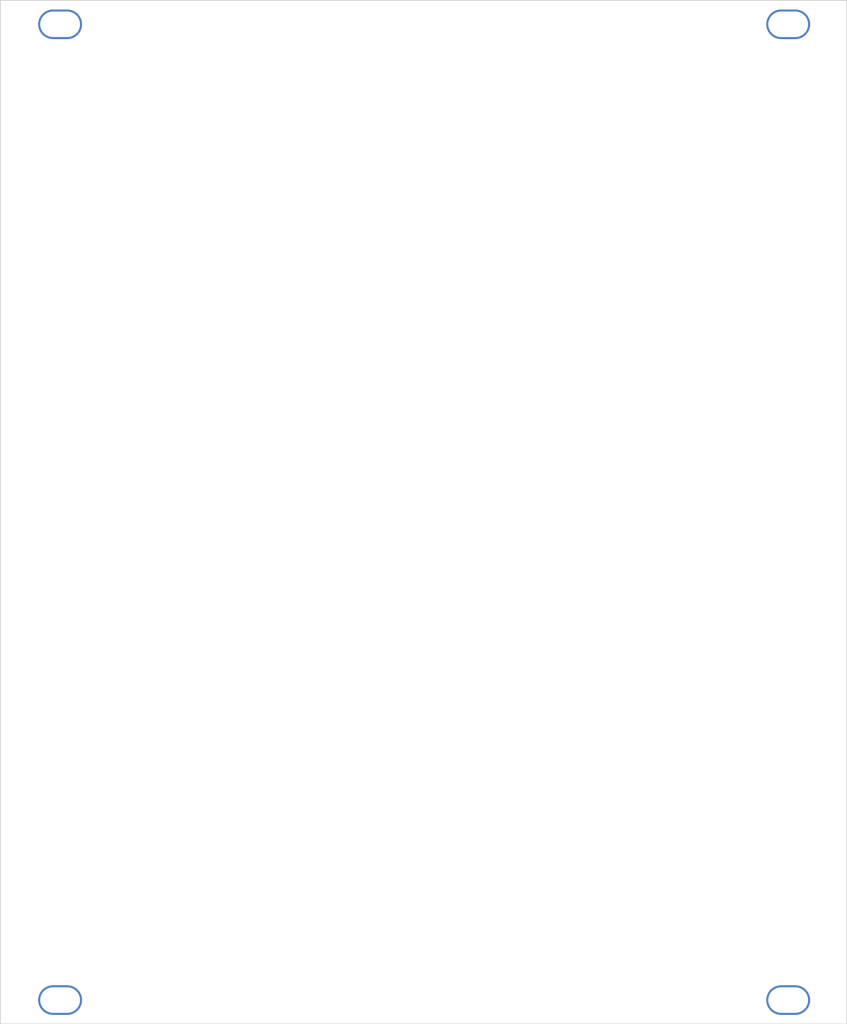
<source format=kicad_pcb>
(kicad_pcb (version 20211014) (generator pcbnew)
  (layers (0 "F.Cu" signal) (31 "B.Cu" signal) (34 "B.Paste" user) (35 "F.Paste" user) (36 "B.SilkS" user "B.Silkscreen") (37 "F.SilkS" user "F.Silkscreen") (38 "B.Mask" user) (39 "F.Mask" user) (44 "Edge.Cuts" user))
  (net 0 "")
  (footprint "" (layer "F.Cu") (at 7.5 125.5)
    (fp_text reference "" (at 0 0) (layer "F.SilkS") (effects (font (size 1.27 1.27))))
    (fp_text value "" (at 0 0) (layer "F.SilkS") (effects (font (size 1.27 1.27))))
    (pad "1" thru_hole oval (at 0 0) (size 5.5 3.7) (drill oval 5 3.2) (layers *.Cu *.Mask))
  )
  (footprint "" (layer "F.Cu") (at 98.94 3)
    (fp_text reference "" (at 0 0) (layer "F.SilkS") (effects (font (size 1.27 1.27))))
    (fp_text value "" (at 0 0) (layer "F.SilkS") (effects (font (size 1.27 1.27))))
    (pad "1" thru_hole oval (at 0 0) (size 5.5 3.7) (drill oval 5 3.2) (layers *.Cu *.Mask))
  )
  (footprint "" (layer "F.Cu") (at 7.5 3)
    (fp_text reference "" hide)
    (fp_text value "" hide)
    (pad "1" thru_hole oval (at 0 0) (size 5.5 3.7) (drill oval 5 3.2) (layers *.Cu *.Mask))
  )
  (footprint "" (layer "F.Cu") (at 98.94 125.5)
    (fp_text reference "" (at 0 0) (layer "F.SilkS") (effects (font (size 1.27 1.27))))
    (fp_text value "" (at 0 0) (layer "F.SilkS") (effects (font (size 1.27 1.27))))
    (pad "1" thru_hole oval (at 0 0) (size 5.5 3.7) (drill oval 5 3.2) (layers *.Cu *.Mask))
  )
  (gr_rect (start 0 0) (end 106.3 128.5) (layer "Edge.Cuts") (width 0.1) (fill none))
)
</source>
